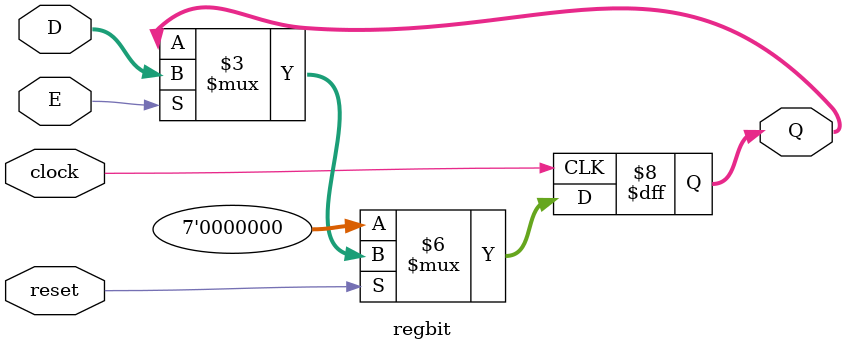
<source format=v>

module lab7p2
	(   
		SW,
	   KEY,
		CLOCK_50,						//	On Board 50 MHz
		// Your inputs and outputs here
		// The ports below are for the VGA output.  Do not change.
		VGA_CLK,   						//	VGA Clock
		VGA_HS,							//	VGA H_SYNC
		VGA_VS,							//	VGA V_SYNC
		VGA_BLANK_N,						//	VGA BLANK
		VGA_SYNC_N,						//	VGA SYNC
		VGA_R,   						//	VGA Red[9:0]
		VGA_G,	 						//	VGA Green[9:0]
		VGA_B   						//	VGA Blue[9:0]
	);
   input [9:0] SW;
	input [3:0] KEY;
	input			CLOCK_50;				//	50 MHz
	// Declare your inputs and outputs here
	// Do not change the following outputs
	output			VGA_CLK;   				//	VGA Clock
	output			VGA_HS;					//	VGA H_SYNC
	output			VGA_VS;					//	VGA V_SYNC
	output			VGA_BLANK_N;				//	VGA BLANK
	output			VGA_SYNC_N;				//	VGA SYNC
	output	[9:0]	VGA_R;   				//	VGA Red[9:0]
	output	[9:0]	VGA_G;	 				//	VGA Green[9:0]
	output	[9:0]	VGA_B;   				//	VGA Blue[9:0]
	
	
	wire go;
	wire goblack;
	wire plot;
	wire resetn;
	
	wire [7:0] x_POS;
	wire [6:0] y_POS;	
	wire [2:0] colour;
	wire writeEn;
	
	
	reg [7:0] x;
	reg [6:0] y;
	assign go=~KEY[3];
	assign goblack=~KEY[2];
	assign resetn = KEY[0];
	assign plot=~KEY[1];
	
	// Create the colour, x, y and writeEn wires that are inputs to the controller.


	
	
	
	// Create an Instance of a VGA controller - there can be only one!
	// Define the number of colours as well as the initial background
	// image file (.MIF) for the controller.
	vga_adapter VGA(
			.resetn(resetn),
			.clock(CLOCK_50),
			.colour(colour),
			.x(x),
			.y(y),
			.plot(writeEn),
			/* Signals for the DAC to drive the monitor. */
			.VGA_R(VGA_R),
			.VGA_G(VGA_G),
			.VGA_B(VGA_B),
			.VGA_HS(VGA_HS),
			.VGA_VS(VGA_VS),
			.VGA_BLANK(VGA_BLANK_N),
			.VGA_SYNC(VGA_SYNC_N),
			.VGA_CLK(VGA_CLK));
			
		defparam VGA.RESOLUTION = "160x120";
		defparam VGA.MONOCHROME = "FALSE";
		defparam VGA.BITS_PER_COLOUR_CHANNEL = 1;
		defparam VGA.BACKGROUND_IMAGE = "black.mif";
			
	// Put your code here. Your code should produce signals x,y,colour and writeEn
	// for the VGA controller, in addition to any other functionality your design may require.
	
	
	reg ld_x,ld_imag;
	
																																																																											
	
	
	
	
	//control


    reg [2:0] current_state, next_state; 
    
    localparam  S_LOAD_X        = 3'b000,
                S_LOAD_X_WAIT   = 3'b001,
                S_LOAD_Y        = 3'b010,
                PLOT		    	= 3'b011,
				    PLOT_WAIT          = 3'b100;

    
    // Next state logic aka our state table
    always@(*)
    begin: state_table 
            case (current_state)
                S_LOAD_X: next_state = go ? S_LOAD_X_WAIT : S_LOAD_X; // Loop in current state until value is input
                S_LOAD_X_WAIT: next_state = go ? S_LOAD_X_WAIT : S_LOAD_Y; // Loop in current state until go signal goes low
                S_LOAD_Y: next_state = plot ? PLOT : S_LOAD_Y; // Loop in current state until value is input
                PLOT: next_state = plot? PLOT : PLOT_WAIT;
			      PLOT_WAIT: next_state = go?S_LOAD_X : PLOT_WAIT;
		default: next_state = S_LOAD_X;
		endcase
	end
  
   

    // Output logic aka all of our datapath control signals
    always @(*)
    begin: enable_signals
        // By default make all our signals 0
        ld_x = 1'b0;
		  ld_imag= 1'b0;

        case (current_state)
            S_LOAD_X: begin
                ld_x = 1'b1;
                end
            PLOT: begin
                ld_imag = 1'b1;
                end
					 endcase
					 
    end // enable_signals
   
    // current_state registers
    always@(posedge CLOCK_50)
    begin: state_FFs
        if(!resetn)
            current_state <= S_LOAD_X;
        else
            current_state <= next_state;
    end // state_FFS




 

//datapath
    wire [1:0]dt_x;
	 wire [1:0] dt_y;
	 reg [3:0] counter;
	 always@(posedge CLOCK_50)
	 begin
		if(ld_imag)
			counter <= counter + 1'b1;
	end
	assign dt_x = counter[1:0];
	assign dt_y = counter[3:2];
	wire [6:0] xout;
	
	
	integer bk_x=0,bk_y=0; //to clear all as black
	
	
    // Registers x,y with respective input logic
   always@(posedge CLOCK_50)
	begin:drawing
		x <= 0;
		y <= 0;
		if(goblack) begin
			if(bk_y < 120) begin
				if(bk_x < 160) begin
					x <= bk_x;
					y <= bk_y;
					bk_x = bk_x + 1;
					end
				else begin
					bk_x <= 0;
					bk_y <= bk_y + 1;
				end
			end
			else begin bk_x <= 0; bk_y <= 0; end
		end  
		else 
		if(ld_imag)
			begin
					x <= x_POS + dt_x;
					y <= y_POS + dt_y;
			end
	end
	
	regbit r1(SW[6:0],CLOCK_50,resetn,ld_x,xout[6:0]);//LOAD VALUE INTO X
	assign x_POS = {1'b0,xout[6:0]};
	assign y_POS = SW[6:0];
	assign colour = goblack? 3'b000 :SW[9:7];
	assign writeEn = goblack? 1 :ld_imag;

endmodule


module regbit(D,clock,reset,E,Q);
	input [6:0]D;
	input clock,reset,E;
	output reg [6:0]Q;
	
	always@(posedge clock)
		if(!reset)
			Q <= 0;
		else if(E)
			Q <= D;
endmodule

</source>
